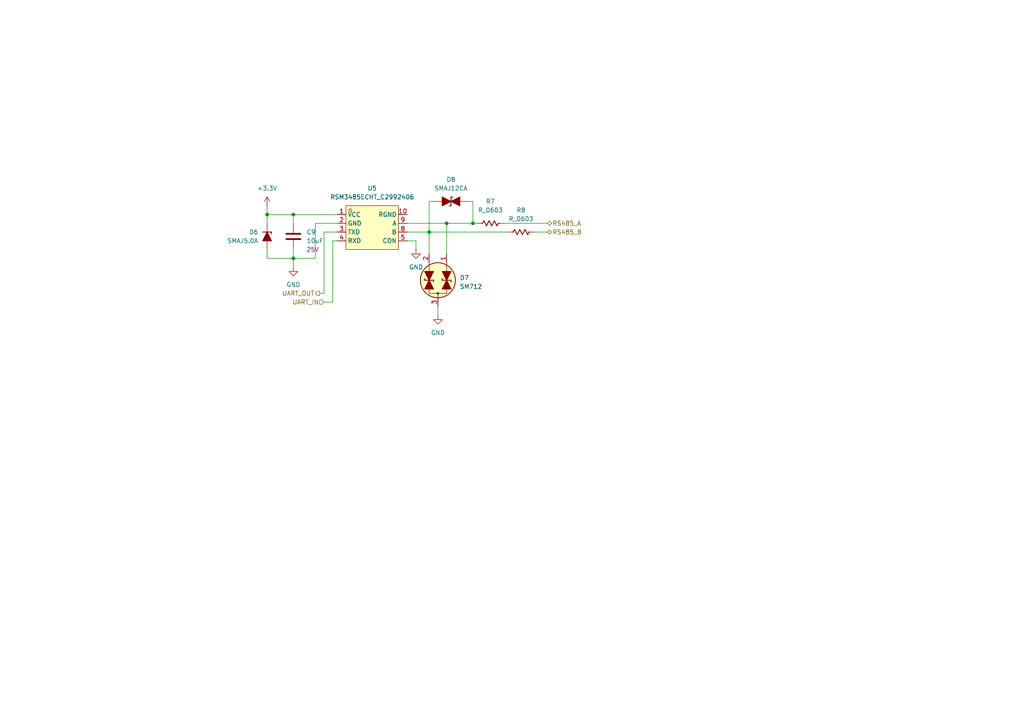
<source format=kicad_sch>
(kicad_sch (version 20250114) (generator "eeschema") (generator_version "9.0")
  (paper "A4")
  (lib_symbols
    (symbol "EasyEDA:+3.3V" (power) (pin_numbers (hide yes)) (pin_names (offset 0) (hide yes))
      (property "Value" "+3.3V" (at 0 3.556 0))
      (symbol "+3.3V_0_1"
        (polyline (pts (xy -0.762 1.27) (xy 0 2.54)))
        (polyline (pts (xy 0 2.54) (xy 0.762 1.27)))
        (polyline (pts (xy 0 0) (xy 0 2.54)))
      )
      (symbol "+3.3V_1_1"
        (pin power_in line (at 0 0 90) (length 0) (name "~") (number "1"))
      )
    )
    (symbol "EasyEDA:C_0603" (pin_numbers (hide yes)) (pin_names (offset 0.254))
      (property "Reference" "C" (at 0.635 2.54 0))
      (property "Value" "C_0603" (at 0.635 -2.54 0))
      (symbol "C_0603_0_1"
        (polyline (pts (xy -2.032 0.762) (xy 2.032 0.762)) (stroke (width 0.508)))
        (polyline (pts (xy -2.032 -0.762) (xy 2.032 -0.762)) (stroke (width 0.508)))
      )
      (symbol "C_0603_0_2"
        (polyline (pts (xy -2.54 -2.54) (xy -0.381 -0.381)))
        (polyline (pts (xy -0.508 -0.508) (xy -1.651 0.635)) (stroke (width 0.508)))
        (polyline (pts (xy -0.508 -0.508) (xy 0.635 -1.651)) (stroke (width 0.508)))
        (polyline (pts (xy 0.381 0.381) (xy 2.54 2.54)))
        (polyline (pts (xy 0.508 0.508) (xy -0.635 1.651)) (stroke (width 0.508)))
        (polyline (pts (xy 0.508 0.508) (xy 1.651 -0.635)) (stroke (width 0.508)))
      )
      (symbol "C_0603_1_1"
        (pin passive line (at 0 3.81 270) (length 2.794) (name "~") (number "1"))
        (pin passive line (at 0 -3.81 90) (length 2.794) (name "~") (number "2"))
      )
      (symbol "C_0603_1_2"
        (pin passive line (at -2.54 -2.54 90) (length 0) (name "~") (number "2"))
        (pin passive line (at 2.54 2.54 270) (length 0) (name "~") (number "1"))
      )
    )
    (symbol "EasyEDA:GND" (power) (pin_numbers (hide yes)) (pin_names (offset 0) (hide yes))
      (property "Value" "GND" (at 0 -3.81 0))
      (symbol "GND_0_1"
        (polyline (pts (xy 0 0) (xy 0 -1.27) (xy 1.27 -1.27) (xy 0 -2.54) (xy -1.27 -1.27) (xy 0 -1.27)))
      )
      (symbol "GND_1_1"
        (pin power_in line (at 0 0 270) (length 0) (name "~") (number "1"))
      )
    )
    (symbol "EasyEDA:RSM3485ECHT_C2992406"
      (property "Reference" "U" (at 0 8.89 0))
      (property "Value" "RSM3485ECHT_C2992406" (at 0 -8.89 0))
      (symbol "RSM3485ECHT_C2992406_0_1"
        (rectangle (start -7.62 6.35) (end 7.62 -6.35) (fill (type background)))
        (circle (center -6.35 5.08) (radius 0.38))
        (pin unspecified line (at -10.16 3.81 0) (length 2.54) (name "VCC") (number "1"))
        (pin unspecified line (at -10.16 1.27 0) (length 2.54) (name "GND") (number "2"))
        (pin unspecified line (at -10.16 -1.27 0) (length 2.54) (name "TXD") (number "3"))
        (pin unspecified line (at -10.16 -3.81 0) (length 2.54) (name "RXD") (number "4"))
        (pin unspecified line (at 10.16 3.81 180) (length 2.54) (name "RGND") (number "10"))
        (pin unspecified line (at 10.16 1.27 180) (length 2.54) (name "A") (number "9"))
        (pin unspecified line (at 10.16 -1.27 180) (length 2.54) (name "B") (number "8"))
        (pin unspecified line (at 10.16 -3.81 180) (length 2.54) (name "CON") (number "5"))
      )
    )
    (symbol "EasyEDA:R_0603" (pin_numbers (hide yes)) (pin_names (offset 0))
      (property "Reference" "R" (at 2.54 1.27 0))
      (property "Value" "R_0603" (at 2.54 -1.27 0))
      (symbol "R_0603_0_1"
        (polyline (pts (xy 0 2.286) (xy 0 2.54)) (stroke (width 0.254)))
        (polyline (pts (xy 0 2.286) (xy 0.762 1.905) (xy -0.762 1.143) (xy 0 0.762) (xy 0.762 0.381) (xy 0 0) (xy -0.762 -0.381) (xy 0 -0.762) (xy 0.762 -1.143) (xy 0 -1.524) (xy -0.762 -1.905) (xy 0 -2.286)) (stroke (width 0.254)))
        (polyline (pts (xy 0 -2.286) (xy 0 -2.54)) (stroke (width 0.254)))
      )
      (symbol "R_0603_0_2"
        (polyline (pts (xy -2.54 -2.54) (xy -1.778 -1.778)))
        (polyline (pts (xy -1.778 -1.778) (xy -1.524 -1.524)) (stroke (width 0.254)))
        (polyline (pts (xy -1.524 -1.524) (xy -1.778 -0.762) (xy -1.016 -1.016)) (stroke (width 0.254)))
        (polyline (pts (xy -0.508 -0.508) (xy -0.762 0.254) (xy 0 0)) (stroke (width 0.254)))
        (polyline (pts (xy -0.508 -0.508) (xy -0.254 -1.27) (xy -1.016 -1.016)) (stroke (width 0.254)))
        (polyline (pts (xy 0.508 0.508) (xy 0.254 1.27) (xy 1.016 1.016)) (stroke (width 0.254)))
        (polyline (pts (xy 0.508 0.508) (xy 0.762 -0.254) (xy 0 0)) (stroke (width 0.254)))
        (polyline (pts (xy 1.524 1.524) (xy 1.778 0.762) (xy 1.016 1.016)) (stroke (width 0.254)))
        (polyline (pts (xy 1.778 1.778) (xy 1.524 1.524)) (stroke (width 0.254)))
        (polyline (pts (xy 1.778 1.778) (xy 2.54 2.54)))
      )
      (symbol "R_0603_1_1"
        (pin passive line (at 0 3.81 270) (length 1.27) (name "~") (number "1"))
        (pin passive line (at 0 -3.81 90) (length 1.27) (name "~") (number "2"))
      )
      (symbol "R_0603_1_2"
        (pin passive line (at -2.54 -2.54 0) (length 0) (name "") (number "2"))
        (pin passive line (at 2.54 2.54 180) (length 0) (name "") (number "1"))
      )
    )
    (symbol "EasyEDA:SM712" (pin_names (offset 1.016) (hide yes))
      (property "Reference" "D" (at 0 8.89 0))
      (property "Value" "SM712" (at 0 6.35 0))
      (symbol "SM712_0_1"
        (polyline (pts (xy -6.35 0) (xy -3.81 0)))
        (circle (center -3.81 0) (radius 0.254) (fill (type outline)))
        (polyline (pts (xy -2.54 2.54) (xy -3.81 2.54) (xy -3.81 -2.54) (xy -2.54 -2.54)))
        (circle (center 0 0) (radius 5.08) (stroke (width 0.254)) (fill (type background)))
        (polyline (pts (xy 2.54 2.54) (xy 5.08 2.54)))
        (polyline (pts (xy 2.54 -2.54) (xy 5.08 -2.54)))
      )
      (symbol "SM712_0_2"
        (polyline (pts (xy -2.54 5.08) (xy -2.54 -5.08)) (stroke (width 0.254)))
        (polyline (pts (xy -2.54 0) (xy 0 0)))
        (polyline (pts (xy 0 6.35) (xy 0 7.62)))
        (arc (start -2.54 5.08) (mid 0 7.5976) (end 2.54 5.08) (stroke (width 0.254)))
        (polyline (pts (xy 0 1.27) (xy 0 -1.27)))
        (circle (center 0 0) (radius 0.254) (fill (type outline)))
        (arc (start 2.54 -5.08) (mid 0 -7.5976) (end -2.54 -5.08) (stroke (width 0.254)))
        (polyline (pts (xy 0 -6.35) (xy 0 -7.62)))
        (polyline (pts (xy 0 -7.62) (xy -1.016 -7.366) (xy -1.778 -6.858) (xy -2.286 -6.096) (xy -2.54 -5.588) (xy -2.54 5.334) (xy -2.286 6.096) (xy -2.032 6.604) (xy -1.524 7.112) (xy -0.254 7.62) (xy 0.254 7.62) (xy 1.524 7.112) (xy 2.032 6.604) (xy 2.286 6.096) (xy 2.54 5.334) (xy 2.54 0.254) (xy 2.54 -5.334) (xy 2.286 -6.096) (xy 2.032 -6.604) (xy 1.524 -7.112) (xy 1.016 -7.366) (xy 0 -7.62)) (stroke (width 0.01)) (fill (type background)))
        (polyline (pts (xy 2.54 -5.08) (xy 2.54 5.08)) (stroke (width 0.254)))
      )
      (symbol "SM712_1_1"
        (polyline (pts (xy -2.54 1.27) (xy -2.54 3.81) (xy 0 2.54) (xy -2.54 1.27)) (stroke (width 0.254)) (fill (type outline)))
        (polyline (pts (xy -2.54 -3.81) (xy -2.54 -1.27) (xy 0 -2.54) (xy -2.54 -3.81)) (stroke (width 0.254)) (fill (type outline)))
        (polyline (pts (xy -1.27 2.54) (xy 1.27 2.54)))
        (polyline (pts (xy -1.27 -2.54) (xy 1.27 -2.54)))
        (polyline (pts (xy 0 3.81) (xy 0.508 3.81)) (stroke (width 0.254)))
        (polyline (pts (xy 0 2.54) (xy 2.54 1.27) (xy 2.54 3.81) (xy 0 2.54)) (stroke (width 0.254)) (fill (type outline)))
        (polyline (pts (xy 0 1.27) (xy -0.508 1.27)) (stroke (width 0.254)))
        (polyline (pts (xy 0 1.27) (xy 0 3.81)) (stroke (width 0.254)))
        (polyline (pts (xy 0 -1.27) (xy 0.508 -1.27)) (stroke (width 0.254)))
        (polyline (pts (xy 0 -2.54) (xy 2.54 -3.81) (xy 2.54 -1.27) (xy 0 -2.54)) (stroke (width 0.254)) (fill (type outline)))
        (polyline (pts (xy 0 -3.81) (xy -0.508 -3.81)) (stroke (width 0.254)))
        (polyline (pts (xy 0 -3.81) (xy 0 -1.27)) (stroke (width 0.254)))
        (pin passive line (at -7.62 0 0) (length 2.54) (name "Com") (number "3"))
        (pin passive line (at 7.62 2.54 180) (length 2.54) (name "A2") (number "2"))
        (pin passive line (at 7.62 -2.54 180) (length 2.54) (name "A1") (number "1"))
      )
      (symbol "SM712_1_2"
        (polyline (pts (xy -1.27 3.81) (xy -1.27 4.318)) (stroke (width 0.254)))
        (polyline (pts (xy -1.27 -3.81) (xy -1.27 -3.302)) (stroke (width 0.254)))
        (polyline (pts (xy 0 3.81) (xy 1.27 6.35) (xy -1.27 6.35) (xy 0 3.81)) (stroke (width 0.254)) (fill (type outline)))
        (polyline (pts (xy 0 -3.81) (xy 1.27 -1.27) (xy -1.27 -1.27) (xy 0 -3.81)) (stroke (width 0.254)) (fill (type outline)))
        (polyline (pts (xy 1.27 3.81) (xy -1.27 3.81)) (stroke (width 0.254)))
        (polyline (pts (xy 1.27 3.81) (xy 1.27 3.302)) (stroke (width 0.254)))
        (polyline (pts (xy 1.27 1.27) (xy -1.27 1.27) (xy 0 3.81) (xy 1.27 1.27)) (stroke (width 0.254)) (fill (type outline)))
        (polyline (pts (xy 1.27 -3.81) (xy -1.27 -3.81)) (stroke (width 0.254)))
        (polyline (pts (xy 1.27 -3.81) (xy 1.27 -4.318)) (stroke (width 0.254)))
        (polyline (pts (xy 1.27 -6.35) (xy -1.27 -6.35) (xy 0 -3.81) (xy 1.27 -6.35)) (stroke (width 0.254)) (fill (type outline)))
        (pin passive line (at -5.08 0 0) (length 2.54) (name "Com") (number "3"))
        (pin passive line (at 0 10.16 270) (length 2.54) (name "A2") (number "2"))
        (pin passive line (at 0 -10.16 90) (length 2.54) (name "A1") (number "1"))
      )
    )
    (symbol "EasyEDA:SMAJ12CA" (pin_numbers (hide yes)) (pin_names (offset 1.016) (hide yes))
      (property "Reference" "D" (at 0 5.08 0))
      (property "Value" "SMAJ12CA" (at 0 2.54 0))
      (symbol "SMAJ12CA_0_1"
        (polyline (pts (xy 0 1.27) (xy 0 -1.27)) (stroke (width 0.254)))
        (polyline (pts (xy 0 1.27) (xy 0.508 1.27)) (stroke (width 0.254)))
        (polyline (pts (xy 0 0) (xy -2.54 1.27) (xy -2.54 -1.27) (xy 0 0)) (stroke (width 0.254)) (fill (type outline)))
        (polyline (pts (xy 0 -1.27) (xy -0.508 -1.27)) (stroke (width 0.254)))
        (polyline (pts (xy 1.27 0) (xy -1.27 0)))
        (polyline (pts (xy 2.54 1.27) (xy 2.54 -1.27) (xy 0 0) (xy 2.54 1.27)) (stroke (width 0.254)) (fill (type outline)))
      )
      (symbol "SMAJ12CA_0_2"
        (polyline (pts (xy -3.81 -3.81) (xy 3.81 3.81)))
        (polyline (pts (xy -1.778 -1.778) (xy -2.667 -0.889) (xy 0 0) (xy -0.889 -2.667) (xy -1.778 -1.778)) (stroke (width 0.254)) (fill (type outline)))
        (polyline (pts (xy -0.889 0.889) (xy -1.27 0.508)) (stroke (width 0.254)))
        (polyline (pts (xy -0.889 0.889) (xy 0.889 -0.889)) (stroke (width 0.254)))
        (polyline (pts (xy 0.889 -0.889) (xy 1.27 -0.508)) (stroke (width 0.254)))
        (polyline (pts (xy 1.778 1.778) (xy 2.667 0.889) (xy 0 0) (xy 0.889 2.667) (xy 1.778 1.778)) (stroke (width 0.254)) (fill (type outline)))
      )
      (symbol "SMAJ12CA_1_1"
        (pin passive line (at -5.08 0 0) (length 2.54) (name "K") (number "1"))
        (pin passive line (at 5.08 0 180) (length 2.54) (name "A") (number "2"))
      )
      (symbol "SMAJ12CA_1_2"
        (pin passive line (at -3.81 -3.81 0) (length 0) (name "A") (number "2"))
        (pin passive line (at 3.81 3.81 180) (length 0) (name "K") (number "1"))
      )
    )
    (symbol "EasyEDA:SMAJ5.0A" (pin_numbers (hide yes)) (pin_names (offset 1.016) (hide yes))
      (property "Reference" "D" (at 0 5.08 0))
      (property "Value" "SMAJ5.0A" (at 0 2.54 0))
      (symbol "SMAJ5.0A_0_1"
        (polyline (pts (xy -1.27 1.27) (xy -1.27 -1.27) (xy 1.27 0) (xy -1.27 1.27)) (stroke (width 0.254)) (fill (type outline)))
        (polyline (pts (xy -1.27 0) (xy 1.27 0)))
        (polyline (pts (xy 1.27 1.27) (xy 0.762 1.27)) (stroke (width 0.254)))
        (polyline (pts (xy 1.27 -1.27) (xy 1.27 1.27)) (stroke (width 0.254)))
      )
      (symbol "SMAJ5.0A_0_2"
        (polyline (pts (xy -2.54 -2.54) (xy 2.54 2.54)))
        (polyline (pts (xy -0.889 -0.889) (xy -1.778 0) (xy 0.889 0.889) (xy 0 -1.778) (xy -0.889 -0.889)) (stroke (width 0.254)) (fill (type outline)))
        (polyline (pts (xy 0 1.778) (xy -0.381 1.397)) (stroke (width 0.254)))
        (polyline (pts (xy 0 1.778) (xy 1.778 0)) (stroke (width 0.254)))
      )
      (symbol "SMAJ5.0A_1_1"
        (pin passive line (at -3.81 0 0) (length 2.54) (name "A") (number "2"))
        (pin passive line (at 3.81 0 180) (length 2.54) (name "K") (number "1"))
      )
      (symbol "SMAJ5.0A_1_2"
        (pin passive line (at -2.54 -2.54 0) (length 0) (name "A") (number "2"))
        (pin passive line (at 2.54 2.54 180) (length 0) (name "K") (number "1"))
      )
    )
  )
  (junction (at 77.47 62.23))
  (junction (at 124.46 67.31))
  (junction (at 85.09 74.93))
  (junction (at 137.16 64.77))
  (junction (at 85.09 62.23))
  (junction (at 129.54 64.77))
  (wire (pts (xy 118.11 64.77) (xy 129.54 64.77)))
  (wire (pts (xy 137.16 64.77) (xy 138.43 64.77)))
  (wire (pts (xy 96.52 69.85) (xy 97.79 69.85)))
  (wire (pts (xy 124.46 73.66) (xy 124.46 67.31)))
  (wire (pts (xy 77.47 72.39) (xy 77.47 74.93)))
  (wire (pts (xy 154.94 67.31) (xy 158.75 67.31)))
  (wire (pts (xy 124.46 67.31) (xy 147.32 67.31)))
  (wire (pts (xy 91.44 64.77) (xy 97.79 64.77)))
  (wire (pts (xy 118.11 67.31) (xy 124.46 67.31)))
  (wire (pts (xy 93.98 87.63) (xy 96.52 87.63)))
  (wire (pts (xy 77.47 62.23) (xy 85.09 62.23)))
  (wire (pts (xy 127 88.9) (xy 127 91.44)))
  (wire (pts (xy 85.09 74.93) (xy 91.44 74.93)))
  (wire (pts (xy 125.73 58.42) (xy 124.46 58.42)))
  (wire (pts (xy 124.46 58.42) (xy 124.46 67.31)))
  (wire (pts (xy 96.52 87.63) (xy 96.52 69.85)))
  (wire (pts (xy 77.47 74.93) (xy 85.09 74.93)))
  (wire (pts (xy 146.05 64.77) (xy 158.75 64.77)))
  (wire (pts (xy 85.09 72.39) (xy 85.09 74.93)))
  (wire (pts (xy 93.98 67.31) (xy 97.79 67.31)))
  (wire (pts (xy 129.54 64.77) (xy 137.16 64.77)))
  (wire (pts (xy 85.09 62.23) (xy 85.09 64.77)))
  (wire (pts (xy 129.54 64.77) (xy 129.54 73.66)))
  (wire (pts (xy 137.16 58.42) (xy 137.16 64.77)))
  (wire (pts (xy 77.47 62.23) (xy 77.47 64.77)))
  (wire (pts (xy 120.65 72.39) (xy 120.65 69.85)))
  (wire (pts (xy 120.65 69.85) (xy 118.11 69.85)))
  (wire (pts (xy 85.09 62.23) (xy 97.79 62.23)))
  (wire (pts (xy 77.47 59.69) (xy 77.47 62.23)))
  (wire (pts (xy 135.89 58.42) (xy 137.16 58.42)))
  (wire (pts (xy 91.44 74.93) (xy 91.44 64.77)))
  (wire (pts (xy 92.71 85.09) (xy 93.98 85.09)))
  (wire (pts (xy 85.09 77.47) (xy 85.09 74.93)))
  (wire (pts (xy 93.98 67.31) (xy 93.98 85.09)))
  (hierarchical_label "UART_IN" (shape input) (at 93.98 87.63 180))
  (hierarchical_label "RS485_A" (shape bidirectional) (at 158.75 64.77 0))
  (hierarchical_label "RS485_B" (shape bidirectional) (at 158.75 67.31 0))
  (hierarchical_label "UART_OUT" (shape output) (at 92.71 85.09 180))
  (symbol (lib_id "EasyEDA:C_0603") (at 85.09 68.58 0) (unit 1)
    (property "Reference" "C9" (at 88.9 67.3099 0) (effects (justify left)))
    (property "Value" "10uF" (at 88.9 69.8499 0) (effects (justify left)))
    (property "Footprint" "PCM_Capacitor_SMD_AKL:C_0603_1608Metric" (effects (hide yes)))
    (property "Description" "SMD 0603 MLCC capacitor, Alternate KiCad Library" (effects (hide yes)))
    (property "Vol" "25V" (at 90.678 72.39 0))
  )
  (symbol (lib_id "EasyEDA:GND") (at 127 91.44 0) (unit 1)
    (property "Reference" "#PWR025" (effects (hide yes)))
    (property "Value" "GND" (at 127 96.52 0))
    (property "Description" "Power symbol creates a global label with name \"GND\" , ground" (effects (hide yes)))
  )
  (symbol (lib_id "EasyEDA:SMAJ5.0A") (at 77.47 68.58 270) (mirror x) (unit 1)
    (property "Reference" "D6" (at 74.93 67.3099 90) (effects (justify right)))
    (property "Value" "SMAJ5.0A" (at 74.93 69.8499 90) (effects (justify right)))
    (property "Footprint" "PCM_Diode_SMD_AKL:D_SMA" (effects (hide yes)))
    (property "Datasheet" "https://www.tme.eu/Document/dbc72d81c249fe51b6ab42300e8e06d0/SMAJ_ser.pdf" (effects (hide yes)))
    (property "Description" "SMA Unidirectional TVS diode, 5V, 400W, Alternate KiCAD Library" (effects (hide yes)))
  )
  (symbol (lib_id "EasyEDA:SM712") (at 127 81.28 90) (unit 1)
    (property "Reference" "D7" (at 133.35 80.5814 90) (effects (justify right)))
    (property "Value" "SM712" (at 133.35 83.1214 90) (effects (justify right)))
    (property "Footprint" "PCM_Package_TO_SOT_SMD_AKL:SOT-23" (effects (hide yes)))
    (property "Datasheet" "https://www.tme.eu/Document/75933fc1842e5f5f3391c0542bf992c7/SM712.pdf" (effects (hide yes)))
    (property "Description" "SOT-23 Dual bidirectional TVS diode, 12V/7V, 600W, Alternate KiCAD Library" (effects (hide yes)))
  )
  (symbol (lib_id "EasyEDA:R_0603") (at 142.24 64.77 90) (unit 1)
    (property "Reference" "R7" (at 142.24 58.42 90))
    (property "Value" "R_0603" (at 142.24 60.96 90))
    (property "Footprint" "PCM_Resistor_SMD_AKL:R_0603_1608Metric" (effects (hide yes)))
    (property "Description" "SMD 0603 Chip Resistor, US Symbol, Alternate KiCad Library" (effects (hide yes)))
  )
  (symbol (lib_id "EasyEDA:SMAJ12CA") (at 130.81 58.42 0) (unit 1)
    (property "Reference" "D8" (at 130.81 52.07 0))
    (property "Value" "SMAJ12CA" (at 130.81 54.61 0))
    (property "Footprint" "PCM_Diode_SMD_AKL:D_SMA_TVS" (effects (hide yes)))
    (property "Datasheet" "https://www.tme.eu/Document/dbc72d81c249fe51b6ab42300e8e06d0/SMAJ_ser.pdf" (effects (hide yes)))
    (property "Description" "SMA Bidirectional TVS Diode, 12V, 400W, Alternate KiCAD Library" (effects (hide yes)))
  )
  (symbol (lib_id "EasyEDA:GND") (at 85.09 77.47 0) (unit 1)
    (property "Reference" "#PWR023" (effects (hide yes)))
    (property "Value" "GND" (at 85.09 82.55 0))
    (property "Description" "Power symbol creates a global label with name \"GND\" , ground" (effects (hide yes)))
  )
  (symbol (lib_id "EasyEDA:RSM3485ECHT_C2992406") (at 107.95 66.04 0) (unit 1)
    (property "Reference" "U5" (at 107.95 54.61 0))
    (property "Value" "RSM3485ECHT_C2992406" (at 107.95 57.15 0))
    (property "Footprint" "EasyEDA:COMM-TH_8P-L19.5-W16.5-P2.54-BL" (effects (hide yes)))
    (property "LCSC Part" "C2992406" (effects (hide yes)))
  )
  (symbol (lib_id "EasyEDA:R_0603") (at 151.13 67.31 90) (unit 1)
    (property "Reference" "R8" (at 151.13 60.96 90))
    (property "Value" "R_0603" (at 151.13 63.5 90))
    (property "Footprint" "PCM_Resistor_SMD_AKL:R_0603_1608Metric" (effects (hide yes)))
    (property "Description" "SMD 0603 Chip Resistor, US Symbol, Alternate KiCad Library" (effects (hide yes)))
  )
  (symbol (lib_id "EasyEDA:+3.3V") (at 77.47 59.69 0) (unit 1)
    (property "Reference" "#PWR022" (effects (hide yes)))
    (property "Value" "+3.3V" (at 77.47 54.61 0))
    (property "Description" "Power symbol creates a global label with name \"+3.3V\"" (effects (hide yes)))
  )
  (symbol (lib_id "EasyEDA:GND") (at 120.65 72.39 0) (unit 1)
    (property "Reference" "#PWR024" (effects (hide yes)))
    (property "Value" "GND" (at 120.65 77.47 0))
    (property "Description" "Power symbol creates a global label with name \"GND\" , ground" (effects (hide yes)))
  )
)
</source>
